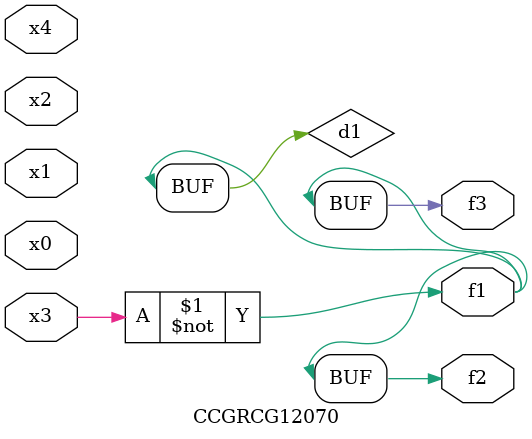
<source format=v>
module CCGRCG12070(
	input x0, x1, x2, x3, x4,
	output f1, f2, f3
);

	wire d1, d2;

	xnor (d1, x3);
	not (d2, x1);
	assign f1 = d1;
	assign f2 = d1;
	assign f3 = d1;
endmodule

</source>
